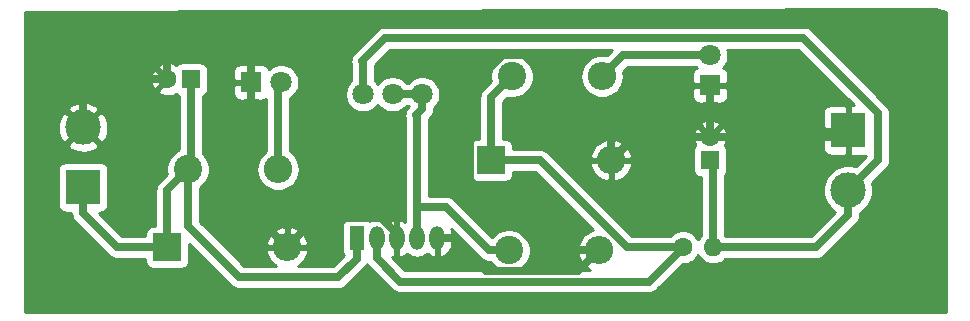
<source format=gbl>
G04 #@! TF.GenerationSoftware,KiCad,Pcbnew,(5.1.2)-2*
G04 #@! TF.CreationDate,2019-10-31T11:57:37-10:00*
G04 #@! TF.ProjectId,buck converter,6275636b-2063-46f6-9e76-65727465722e,rev?*
G04 #@! TF.SameCoordinates,Original*
G04 #@! TF.FileFunction,Copper,L2,Bot*
G04 #@! TF.FilePolarity,Positive*
%FSLAX46Y46*%
G04 Gerber Fmt 4.6, Leading zero omitted, Abs format (unit mm)*
G04 Created by KiCad (PCBNEW (5.1.2)-2) date 2019-10-31 11:57:37*
%MOMM*%
%LPD*%
G04 APERTURE LIST*
%ADD10R,1.600000X1.600000*%
%ADD11C,1.600000*%
%ADD12O,2.400000X2.400000*%
%ADD13R,2.400000X2.400000*%
%ADD14R,1.800000X1.800000*%
%ADD15C,1.800000*%
%ADD16R,3.000000X3.000000*%
%ADD17C,3.000000*%
%ADD18C,2.400000*%
%ADD19R,1.275000X2.000000*%
%ADD20O,1.275000X2.000000*%
%ADD21O,1.600000X1.600000*%
%ADD22C,0.700000*%
%ADD23C,0.254000*%
G04 APERTURE END LIST*
D10*
X108966000Y-48768000D03*
D11*
X106966000Y-48768000D03*
X152908000Y-53626000D03*
D10*
X152908000Y-55626000D03*
D12*
X117094000Y-62992000D03*
D13*
X106934000Y-62992000D03*
X134366000Y-55626000D03*
D12*
X144526000Y-55626000D03*
D14*
X114046000Y-49022000D03*
D15*
X116586000Y-49022000D03*
X152908000Y-46736000D03*
D14*
X152908000Y-49276000D03*
D16*
X99822000Y-57912000D03*
D17*
X99822000Y-52832000D03*
X164592000Y-58166000D03*
D16*
X164592000Y-53086000D03*
D18*
X135890000Y-63246000D03*
D12*
X143510000Y-63246000D03*
X116332000Y-56388000D03*
D18*
X108712000Y-56388000D03*
X136144000Y-48514000D03*
D12*
X143764000Y-48514000D03*
D15*
X123524000Y-50038000D03*
X126024000Y-50038000D03*
X128524000Y-50038000D03*
D19*
X122994000Y-62230000D03*
D20*
X124694000Y-62230000D03*
X126394000Y-62230000D03*
X128094000Y-62230000D03*
X129794000Y-62230000D03*
D11*
X150622000Y-62992000D03*
D21*
X153162000Y-62992000D03*
D22*
X108966000Y-56134000D02*
X108712000Y-56388000D01*
X108966000Y-48768000D02*
X108966000Y-56134000D01*
X105034000Y-62992000D02*
X106934000Y-62992000D01*
X102702000Y-62992000D02*
X105034000Y-62992000D01*
X99822000Y-60112000D02*
X102702000Y-62992000D01*
X99822000Y-57912000D02*
X99822000Y-60112000D01*
X106934000Y-58166000D02*
X106934000Y-62992000D01*
X108712000Y-56388000D02*
X106934000Y-58166000D01*
X122994000Y-63950000D02*
X122994000Y-62230000D01*
X121412000Y-65532000D02*
X122994000Y-63950000D01*
X113030000Y-65532000D02*
X121412000Y-65532000D01*
X108712000Y-56388000D02*
X108712000Y-61214000D01*
X108712000Y-61214000D02*
X113030000Y-65532000D01*
X99822000Y-52832000D02*
X99822000Y-50292000D01*
X101346000Y-48768000D02*
X106966000Y-48768000D01*
X99822000Y-50292000D02*
X101346000Y-48768000D01*
X114046000Y-47422000D02*
X112598000Y-45974000D01*
X114046000Y-49022000D02*
X114046000Y-47422000D01*
X112598000Y-45974000D02*
X107950000Y-45974000D01*
X106966000Y-46958000D02*
X106966000Y-48768000D01*
X107950000Y-45974000D02*
X106966000Y-46958000D01*
X114046000Y-59944000D02*
X117094000Y-62992000D01*
X114046000Y-49022000D02*
X114046000Y-59944000D01*
X126394000Y-61867500D02*
X126394000Y-62230000D01*
X125056500Y-60530000D02*
X126394000Y-61867500D01*
X119556000Y-60530000D02*
X125056500Y-60530000D01*
X117094000Y-62992000D02*
X119556000Y-60530000D01*
X164052000Y-53626000D02*
X164592000Y-53086000D01*
X152908000Y-53626000D02*
X164052000Y-53626000D01*
X152908000Y-49276000D02*
X152908000Y-53626000D01*
X146526000Y-53626000D02*
X152908000Y-53626000D01*
X144526000Y-55626000D02*
X146526000Y-53626000D01*
X131131500Y-62230000D02*
X129794000Y-62230000D01*
X133897501Y-64996001D02*
X131131500Y-62230000D01*
X141759999Y-64996001D02*
X133897501Y-64996001D01*
X143510000Y-63246000D02*
X141759999Y-64996001D01*
X144526000Y-53928944D02*
X137333056Y-46736000D01*
X144526000Y-55626000D02*
X144526000Y-53928944D01*
X141812944Y-63246000D02*
X143510000Y-63246000D01*
X138595998Y-63246000D02*
X141812944Y-63246000D01*
X132615999Y-57266001D02*
X138595998Y-63246000D01*
X132615999Y-49451999D02*
X132615999Y-57266001D01*
X135331998Y-46736000D02*
X132615999Y-49451999D01*
X137333056Y-46736000D02*
X135331998Y-46736000D01*
X153162000Y-55880000D02*
X152908000Y-55626000D01*
X153162000Y-62992000D02*
X153162000Y-55880000D01*
X161887320Y-62992000D02*
X153162000Y-62992000D01*
X164592000Y-58166000D02*
X164592000Y-60287320D01*
X164592000Y-60287320D02*
X161887320Y-62992000D01*
X123524000Y-47324000D02*
X123524000Y-50038000D01*
X167132000Y-55626000D02*
X167132000Y-51635998D01*
X167132000Y-51635998D02*
X160782001Y-45285999D01*
X164592000Y-58166000D02*
X167132000Y-55626000D01*
X160782001Y-45285999D02*
X125402001Y-45285999D01*
X125402001Y-45285999D02*
X123444000Y-47244000D01*
X123444000Y-47244000D02*
X123524000Y-47324000D01*
X134366000Y-50292000D02*
X134366000Y-55626000D01*
X136144000Y-48514000D02*
X134366000Y-50292000D01*
X149822001Y-63791999D02*
X150622000Y-62992000D01*
X147717990Y-65896010D02*
X149822001Y-63791999D01*
X126660010Y-65896010D02*
X147717990Y-65896010D01*
X124694000Y-63930000D02*
X126660010Y-65896010D01*
X124694000Y-62230000D02*
X124694000Y-63930000D01*
X149490630Y-62992000D02*
X150622000Y-62992000D01*
X145846002Y-62992000D02*
X149490630Y-62992000D01*
X138480002Y-55626000D02*
X145846002Y-62992000D01*
X134366000Y-55626000D02*
X138480002Y-55626000D01*
X116332000Y-49276000D02*
X116586000Y-49022000D01*
X116332000Y-56388000D02*
X116332000Y-49276000D01*
X145542000Y-46736000D02*
X143764000Y-48514000D01*
X152908000Y-46736000D02*
X145542000Y-46736000D01*
X126024000Y-50038000D02*
X128524000Y-50038000D01*
X128524000Y-51310792D02*
X128016000Y-51818792D01*
X128524000Y-50038000D02*
X128524000Y-51310792D01*
X128016000Y-51818792D02*
X128094000Y-51896792D01*
X130558944Y-59612000D02*
X128094000Y-59612000D01*
X134192944Y-63246000D02*
X130558944Y-59612000D01*
X135890000Y-63246000D02*
X134192944Y-63246000D01*
X128094000Y-51896792D02*
X128094000Y-59612000D01*
X128094000Y-59612000D02*
X128094000Y-62230000D01*
D23*
G36*
X172847000Y-43025159D02*
G01*
X172847000Y-68453000D01*
X94869000Y-68453000D01*
X94869000Y-56412000D01*
X97683928Y-56412000D01*
X97683928Y-59412000D01*
X97696188Y-59536482D01*
X97732498Y-59656180D01*
X97791463Y-59766494D01*
X97870815Y-59863185D01*
X97967506Y-59942537D01*
X98077820Y-60001502D01*
X98197518Y-60037812D01*
X98322000Y-60050072D01*
X98837001Y-60050072D01*
X98837001Y-60063610D01*
X98832235Y-60112000D01*
X98851253Y-60305093D01*
X98907576Y-60490766D01*
X98907577Y-60490767D01*
X98999041Y-60661884D01*
X99122131Y-60811870D01*
X99159711Y-60842711D01*
X101971284Y-63654284D01*
X102002130Y-63691870D01*
X102152116Y-63814960D01*
X102323233Y-63906424D01*
X102508906Y-63962747D01*
X102701999Y-63981765D01*
X102750379Y-63977000D01*
X105095928Y-63977000D01*
X105095928Y-64192000D01*
X105108188Y-64316482D01*
X105144498Y-64436180D01*
X105203463Y-64546494D01*
X105282815Y-64643185D01*
X105379506Y-64722537D01*
X105489820Y-64781502D01*
X105609518Y-64817812D01*
X105734000Y-64830072D01*
X108134000Y-64830072D01*
X108258482Y-64817812D01*
X108378180Y-64781502D01*
X108488494Y-64722537D01*
X108585185Y-64643185D01*
X108664537Y-64546494D01*
X108723502Y-64436180D01*
X108759812Y-64316482D01*
X108772072Y-64192000D01*
X108772072Y-62667072D01*
X112299284Y-66194284D01*
X112330130Y-66231870D01*
X112480116Y-66354960D01*
X112650240Y-66445893D01*
X112651233Y-66446424D01*
X112836905Y-66502747D01*
X113029999Y-66521765D01*
X113078379Y-66517000D01*
X121363620Y-66517000D01*
X121412000Y-66521765D01*
X121460380Y-66517000D01*
X121605094Y-66502747D01*
X121790767Y-66446424D01*
X121961884Y-66354960D01*
X122111870Y-66231870D01*
X122142716Y-66194285D01*
X123656290Y-64680711D01*
X123693870Y-64649870D01*
X123816960Y-64499884D01*
X123849346Y-64439295D01*
X123871041Y-64479884D01*
X123994131Y-64629870D01*
X124031711Y-64660711D01*
X125929299Y-66558300D01*
X125960140Y-66595880D01*
X126110126Y-66718970D01*
X126281243Y-66810434D01*
X126466916Y-66866757D01*
X126660009Y-66885775D01*
X126708389Y-66881010D01*
X147669610Y-66881010D01*
X147717990Y-66885775D01*
X147766370Y-66881010D01*
X147911084Y-66866757D01*
X148096757Y-66810434D01*
X148267874Y-66718970D01*
X148417860Y-66595880D01*
X148448706Y-66558294D01*
X150552711Y-64454290D01*
X150552716Y-64454284D01*
X150580000Y-64427000D01*
X150763335Y-64427000D01*
X151040574Y-64371853D01*
X151301727Y-64263680D01*
X151536759Y-64106637D01*
X151736637Y-63906759D01*
X151893680Y-63671727D01*
X151895650Y-63666971D01*
X151963068Y-63793101D01*
X152142392Y-64011608D01*
X152360899Y-64190932D01*
X152610192Y-64324182D01*
X152880691Y-64406236D01*
X153091508Y-64427000D01*
X153232492Y-64427000D01*
X153443309Y-64406236D01*
X153713808Y-64324182D01*
X153963101Y-64190932D01*
X154181608Y-64011608D01*
X154210010Y-63977000D01*
X161838940Y-63977000D01*
X161887320Y-63981765D01*
X161935700Y-63977000D01*
X162080414Y-63962747D01*
X162266087Y-63906424D01*
X162437204Y-63814960D01*
X162587190Y-63691870D01*
X162618036Y-63654284D01*
X165254284Y-61018036D01*
X165291870Y-60987190D01*
X165414960Y-60837204D01*
X165506424Y-60666087D01*
X165562747Y-60480414D01*
X165577000Y-60335700D01*
X165581765Y-60287321D01*
X165577000Y-60238941D01*
X165577000Y-60068907D01*
X165603302Y-60058012D01*
X165952983Y-59824363D01*
X166250363Y-59526983D01*
X166484012Y-59177302D01*
X166644953Y-58788756D01*
X166727000Y-58376279D01*
X166727000Y-57955721D01*
X166644953Y-57543244D01*
X166634058Y-57516942D01*
X167794284Y-56356716D01*
X167831870Y-56325870D01*
X167954960Y-56175884D01*
X168046424Y-56004767D01*
X168102747Y-55819094D01*
X168117000Y-55674380D01*
X168117000Y-55674379D01*
X168121765Y-55626001D01*
X168117000Y-55577623D01*
X168117000Y-51684378D01*
X168121765Y-51635998D01*
X168102747Y-51442904D01*
X168046424Y-51257231D01*
X167954960Y-51086114D01*
X167907074Y-51027765D01*
X167831870Y-50936128D01*
X167794290Y-50905287D01*
X161512717Y-44623715D01*
X161481871Y-44586129D01*
X161331885Y-44463039D01*
X161160768Y-44371575D01*
X160975095Y-44315252D01*
X160830381Y-44300999D01*
X160782001Y-44296234D01*
X160733621Y-44300999D01*
X125450381Y-44300999D01*
X125402001Y-44296234D01*
X125353621Y-44300999D01*
X125208907Y-44315252D01*
X125023234Y-44371575D01*
X124852117Y-44463039D01*
X124702131Y-44586129D01*
X124671290Y-44623709D01*
X122781705Y-46513295D01*
X122744131Y-46544131D01*
X122713294Y-46581706D01*
X122713290Y-46581710D01*
X122633447Y-46679000D01*
X122621041Y-46694117D01*
X122529576Y-46865234D01*
X122473253Y-47050907D01*
X122454235Y-47244000D01*
X122473253Y-47437093D01*
X122529576Y-47622766D01*
X122539000Y-47640397D01*
X122539001Y-48852182D01*
X122331688Y-49059495D01*
X122163701Y-49310905D01*
X122047989Y-49590257D01*
X121989000Y-49886816D01*
X121989000Y-50189184D01*
X122047989Y-50485743D01*
X122163701Y-50765095D01*
X122331688Y-51016505D01*
X122545495Y-51230312D01*
X122796905Y-51398299D01*
X123076257Y-51514011D01*
X123372816Y-51573000D01*
X123675184Y-51573000D01*
X123971743Y-51514011D01*
X124251095Y-51398299D01*
X124502505Y-51230312D01*
X124716312Y-51016505D01*
X124774000Y-50930169D01*
X124831688Y-51016505D01*
X125045495Y-51230312D01*
X125296905Y-51398299D01*
X125576257Y-51514011D01*
X125872816Y-51573000D01*
X126175184Y-51573000D01*
X126471743Y-51514011D01*
X126751095Y-51398299D01*
X127002505Y-51230312D01*
X127209817Y-51023000D01*
X127338183Y-51023000D01*
X127378488Y-51063305D01*
X127353706Y-51088086D01*
X127316131Y-51118923D01*
X127285294Y-51156498D01*
X127285290Y-51156502D01*
X127223737Y-51231506D01*
X127193041Y-51268909D01*
X127101576Y-51440026D01*
X127045253Y-51625699D01*
X127026235Y-51818792D01*
X127045253Y-52011885D01*
X127101576Y-52197558D01*
X127109000Y-52211447D01*
X127109001Y-59563610D01*
X127104235Y-59612000D01*
X127109000Y-59660380D01*
X127109000Y-60814612D01*
X126995367Y-60738898D01*
X126763633Y-60643263D01*
X126717505Y-60636809D01*
X126521000Y-60761015D01*
X126521000Y-62103000D01*
X126541000Y-62103000D01*
X126541000Y-62357000D01*
X126521000Y-62357000D01*
X126521000Y-63698985D01*
X126717505Y-63823191D01*
X126763633Y-63816737D01*
X126995367Y-63721102D01*
X127203991Y-63582095D01*
X127244609Y-63541583D01*
X127383617Y-63655664D01*
X127604680Y-63773825D01*
X127844547Y-63846588D01*
X128094000Y-63871157D01*
X128343454Y-63846588D01*
X128583321Y-63773825D01*
X128804384Y-63655664D01*
X128943392Y-63541583D01*
X128984009Y-63582095D01*
X129192633Y-63721102D01*
X129424367Y-63816737D01*
X129470495Y-63823191D01*
X129667000Y-63698985D01*
X129667000Y-62357000D01*
X129921000Y-62357000D01*
X129921000Y-63698985D01*
X130117505Y-63823191D01*
X130163633Y-63816737D01*
X130395367Y-63721102D01*
X130603991Y-63582095D01*
X130781488Y-63405059D01*
X130921036Y-63196797D01*
X131017273Y-62965312D01*
X131066500Y-62719500D01*
X131066500Y-62357000D01*
X129921000Y-62357000D01*
X129667000Y-62357000D01*
X129647000Y-62357000D01*
X129647000Y-62103000D01*
X129667000Y-62103000D01*
X129667000Y-62083000D01*
X129921000Y-62083000D01*
X129921000Y-62103000D01*
X131066500Y-62103000D01*
X131066500Y-61740500D01*
X131017273Y-61494688D01*
X130994959Y-61441015D01*
X133462228Y-63908284D01*
X133493074Y-63945870D01*
X133643060Y-64068960D01*
X133744336Y-64123093D01*
X133814177Y-64160424D01*
X133999850Y-64216747D01*
X134192943Y-64235765D01*
X134241323Y-64231000D01*
X134341220Y-64231000D01*
X134464662Y-64415744D01*
X134720256Y-64671338D01*
X135020801Y-64872156D01*
X135114603Y-64911010D01*
X127068011Y-64911010D01*
X125938160Y-63781160D01*
X126024367Y-63816737D01*
X126070495Y-63823191D01*
X126267000Y-63698985D01*
X126267000Y-62357000D01*
X126247000Y-62357000D01*
X126247000Y-62103000D01*
X126267000Y-62103000D01*
X126267000Y-60761015D01*
X126070495Y-60636809D01*
X126024367Y-60643263D01*
X125792633Y-60738898D01*
X125584009Y-60877905D01*
X125543392Y-60918417D01*
X125404383Y-60804336D01*
X125183320Y-60686175D01*
X124943453Y-60613412D01*
X124694000Y-60588843D01*
X124444546Y-60613412D01*
X124204679Y-60686175D01*
X124062442Y-60762202D01*
X123985994Y-60699463D01*
X123875680Y-60640498D01*
X123755982Y-60604188D01*
X123631500Y-60591928D01*
X122356500Y-60591928D01*
X122232018Y-60604188D01*
X122112320Y-60640498D01*
X122002006Y-60699463D01*
X121905315Y-60778815D01*
X121825963Y-60875506D01*
X121766998Y-60985820D01*
X121730688Y-61105518D01*
X121718428Y-61230000D01*
X121718428Y-63230000D01*
X121730688Y-63354482D01*
X121766998Y-63474180D01*
X121825963Y-63584494D01*
X121889313Y-63661686D01*
X121004000Y-64547000D01*
X118053302Y-64547000D01*
X118158774Y-64486489D01*
X118429875Y-64250046D01*
X118649639Y-63965257D01*
X118809621Y-63643066D01*
X118882195Y-63403805D01*
X118765432Y-63119000D01*
X117221000Y-63119000D01*
X117221000Y-63139000D01*
X116967000Y-63139000D01*
X116967000Y-63119000D01*
X115422568Y-63119000D01*
X115305805Y-63403805D01*
X115378379Y-63643066D01*
X115538361Y-63965257D01*
X115758125Y-64250046D01*
X116029226Y-64486489D01*
X116134698Y-64547000D01*
X113438000Y-64547000D01*
X111471195Y-62580195D01*
X115305805Y-62580195D01*
X115422568Y-62865000D01*
X116967000Y-62865000D01*
X116967000Y-61320146D01*
X117221000Y-61320146D01*
X117221000Y-62865000D01*
X118765432Y-62865000D01*
X118882195Y-62580195D01*
X118809621Y-62340934D01*
X118649639Y-62018743D01*
X118429875Y-61733954D01*
X118158774Y-61497511D01*
X117846754Y-61318500D01*
X117505806Y-61203801D01*
X117221000Y-61320146D01*
X116967000Y-61320146D01*
X116682194Y-61203801D01*
X116341246Y-61318500D01*
X116029226Y-61497511D01*
X115758125Y-61733954D01*
X115538361Y-62018743D01*
X115378379Y-62340934D01*
X115305805Y-62580195D01*
X111471195Y-62580195D01*
X109697000Y-60806000D01*
X109697000Y-57936780D01*
X109881744Y-57813338D01*
X110137338Y-57557744D01*
X110338156Y-57257199D01*
X110476482Y-56923250D01*
X110547000Y-56568732D01*
X110547000Y-56207268D01*
X110476482Y-55852750D01*
X110338156Y-55518801D01*
X110137338Y-55218256D01*
X109951000Y-55031918D01*
X109951000Y-50175454D01*
X110010180Y-50157502D01*
X110120494Y-50098537D01*
X110217185Y-50019185D01*
X110296537Y-49922494D01*
X110296801Y-49922000D01*
X112507928Y-49922000D01*
X112520188Y-50046482D01*
X112556498Y-50166180D01*
X112615463Y-50276494D01*
X112694815Y-50373185D01*
X112791506Y-50452537D01*
X112901820Y-50511502D01*
X113021518Y-50547812D01*
X113146000Y-50560072D01*
X113760250Y-50557000D01*
X113919000Y-50398250D01*
X113919000Y-49149000D01*
X112669750Y-49149000D01*
X112511000Y-49307750D01*
X112507928Y-49922000D01*
X110296801Y-49922000D01*
X110355502Y-49812180D01*
X110391812Y-49692482D01*
X110404072Y-49568000D01*
X110404072Y-48122000D01*
X112507928Y-48122000D01*
X112511000Y-48736250D01*
X112669750Y-48895000D01*
X113919000Y-48895000D01*
X113919000Y-47645750D01*
X114173000Y-47645750D01*
X114173000Y-48895000D01*
X114193000Y-48895000D01*
X114193000Y-49149000D01*
X114173000Y-49149000D01*
X114173000Y-50398250D01*
X114331750Y-50557000D01*
X114946000Y-50560072D01*
X115070482Y-50547812D01*
X115190180Y-50511502D01*
X115300494Y-50452537D01*
X115347001Y-50414370D01*
X115347000Y-54833809D01*
X115307596Y-54854871D01*
X115028181Y-55084181D01*
X114798871Y-55363596D01*
X114628479Y-55682378D01*
X114523552Y-56028277D01*
X114488122Y-56388000D01*
X114523552Y-56747723D01*
X114628479Y-57093622D01*
X114798871Y-57412404D01*
X115028181Y-57691819D01*
X115307596Y-57921129D01*
X115626378Y-58091521D01*
X115972277Y-58196448D01*
X116241861Y-58223000D01*
X116422139Y-58223000D01*
X116691723Y-58196448D01*
X117037622Y-58091521D01*
X117356404Y-57921129D01*
X117635819Y-57691819D01*
X117865129Y-57412404D01*
X118035521Y-57093622D01*
X118140448Y-56747723D01*
X118175878Y-56388000D01*
X118140448Y-56028277D01*
X118035521Y-55682378D01*
X117865129Y-55363596D01*
X117635819Y-55084181D01*
X117356404Y-54854871D01*
X117317000Y-54833809D01*
X117317000Y-50379690D01*
X117564505Y-50214312D01*
X117778312Y-50000505D01*
X117946299Y-49749095D01*
X118062011Y-49469743D01*
X118121000Y-49173184D01*
X118121000Y-48870816D01*
X118062011Y-48574257D01*
X117946299Y-48294905D01*
X117778312Y-48043495D01*
X117564505Y-47829688D01*
X117313095Y-47661701D01*
X117033743Y-47545989D01*
X116737184Y-47487000D01*
X116434816Y-47487000D01*
X116138257Y-47545989D01*
X115858905Y-47661701D01*
X115607495Y-47829688D01*
X115541056Y-47896127D01*
X115535502Y-47877820D01*
X115476537Y-47767506D01*
X115397185Y-47670815D01*
X115300494Y-47591463D01*
X115190180Y-47532498D01*
X115070482Y-47496188D01*
X114946000Y-47483928D01*
X114331750Y-47487000D01*
X114173000Y-47645750D01*
X113919000Y-47645750D01*
X113760250Y-47487000D01*
X113146000Y-47483928D01*
X113021518Y-47496188D01*
X112901820Y-47532498D01*
X112791506Y-47591463D01*
X112694815Y-47670815D01*
X112615463Y-47767506D01*
X112556498Y-47877820D01*
X112520188Y-47997518D01*
X112507928Y-48122000D01*
X110404072Y-48122000D01*
X110404072Y-47968000D01*
X110391812Y-47843518D01*
X110355502Y-47723820D01*
X110296537Y-47613506D01*
X110217185Y-47516815D01*
X110120494Y-47437463D01*
X110010180Y-47378498D01*
X109890482Y-47342188D01*
X109766000Y-47329928D01*
X108166000Y-47329928D01*
X108041518Y-47342188D01*
X107921820Y-47378498D01*
X107811506Y-47437463D01*
X107714815Y-47516815D01*
X107704193Y-47529758D01*
X107452004Y-47410429D01*
X107177816Y-47341700D01*
X106895488Y-47327783D01*
X106615870Y-47369213D01*
X106349708Y-47464397D01*
X106224486Y-47531329D01*
X106152903Y-47775298D01*
X106966000Y-48588395D01*
X106980143Y-48574253D01*
X107159748Y-48753858D01*
X107145605Y-48768000D01*
X107159748Y-48782143D01*
X106980143Y-48961748D01*
X106966000Y-48947605D01*
X106152903Y-49760702D01*
X106224486Y-50004671D01*
X106479996Y-50125571D01*
X106754184Y-50194300D01*
X107036512Y-50208217D01*
X107316130Y-50166787D01*
X107582292Y-50071603D01*
X107704309Y-50006384D01*
X107714815Y-50019185D01*
X107811506Y-50098537D01*
X107921820Y-50157502D01*
X107981000Y-50175454D01*
X107981001Y-54704600D01*
X107842801Y-54761844D01*
X107542256Y-54962662D01*
X107286662Y-55218256D01*
X107085844Y-55518801D01*
X106947518Y-55852750D01*
X106877000Y-56207268D01*
X106877000Y-56568732D01*
X106920347Y-56786653D01*
X106271716Y-57435284D01*
X106234130Y-57466130D01*
X106111040Y-57616116D01*
X106019577Y-57787233D01*
X106019576Y-57787234D01*
X105963253Y-57972907D01*
X105944235Y-58166000D01*
X105949000Y-58214380D01*
X105949001Y-61153928D01*
X105734000Y-61153928D01*
X105609518Y-61166188D01*
X105489820Y-61202498D01*
X105379506Y-61261463D01*
X105282815Y-61340815D01*
X105203463Y-61437506D01*
X105144498Y-61547820D01*
X105108188Y-61667518D01*
X105095928Y-61792000D01*
X105095928Y-62007000D01*
X103110000Y-62007000D01*
X101153072Y-60050072D01*
X101322000Y-60050072D01*
X101446482Y-60037812D01*
X101566180Y-60001502D01*
X101676494Y-59942537D01*
X101773185Y-59863185D01*
X101852537Y-59766494D01*
X101911502Y-59656180D01*
X101947812Y-59536482D01*
X101960072Y-59412000D01*
X101960072Y-56412000D01*
X101947812Y-56287518D01*
X101911502Y-56167820D01*
X101852537Y-56057506D01*
X101773185Y-55960815D01*
X101676494Y-55881463D01*
X101566180Y-55822498D01*
X101446482Y-55786188D01*
X101322000Y-55773928D01*
X98322000Y-55773928D01*
X98197518Y-55786188D01*
X98077820Y-55822498D01*
X97967506Y-55881463D01*
X97870815Y-55960815D01*
X97791463Y-56057506D01*
X97732498Y-56167820D01*
X97696188Y-56287518D01*
X97683928Y-56412000D01*
X94869000Y-56412000D01*
X94869000Y-54323653D01*
X98509952Y-54323653D01*
X98665962Y-54639214D01*
X99040745Y-54830020D01*
X99445551Y-54944044D01*
X99864824Y-54976902D01*
X100282451Y-54927334D01*
X100682383Y-54797243D01*
X100978038Y-54639214D01*
X101134048Y-54323653D01*
X99822000Y-53011605D01*
X98509952Y-54323653D01*
X94869000Y-54323653D01*
X94869000Y-52874824D01*
X97677098Y-52874824D01*
X97726666Y-53292451D01*
X97856757Y-53692383D01*
X98014786Y-53988038D01*
X98330347Y-54144048D01*
X99642395Y-52832000D01*
X100001605Y-52832000D01*
X101313653Y-54144048D01*
X101629214Y-53988038D01*
X101820020Y-53613255D01*
X101934044Y-53208449D01*
X101966902Y-52789176D01*
X101917334Y-52371549D01*
X101787243Y-51971617D01*
X101629214Y-51675962D01*
X101313653Y-51519952D01*
X100001605Y-52832000D01*
X99642395Y-52832000D01*
X98330347Y-51519952D01*
X98014786Y-51675962D01*
X97823980Y-52050745D01*
X97709956Y-52455551D01*
X97677098Y-52874824D01*
X94869000Y-52874824D01*
X94869000Y-51340347D01*
X98509952Y-51340347D01*
X99822000Y-52652395D01*
X101134048Y-51340347D01*
X100978038Y-51024786D01*
X100603255Y-50833980D01*
X100198449Y-50719956D01*
X99779176Y-50687098D01*
X99361549Y-50736666D01*
X98961617Y-50866757D01*
X98665962Y-51024786D01*
X98509952Y-51340347D01*
X94869000Y-51340347D01*
X94869000Y-48838512D01*
X105525783Y-48838512D01*
X105567213Y-49118130D01*
X105662397Y-49384292D01*
X105729329Y-49509514D01*
X105973298Y-49581097D01*
X106786395Y-48768000D01*
X105973298Y-47954903D01*
X105729329Y-48026486D01*
X105608429Y-48281996D01*
X105539700Y-48556184D01*
X105525783Y-48838512D01*
X94869000Y-48838512D01*
X94869000Y-43052583D01*
X171942571Y-42799051D01*
X172847000Y-43025159D01*
X172847000Y-43025159D01*
G37*
X172847000Y-43025159D02*
X172847000Y-68453000D01*
X94869000Y-68453000D01*
X94869000Y-56412000D01*
X97683928Y-56412000D01*
X97683928Y-59412000D01*
X97696188Y-59536482D01*
X97732498Y-59656180D01*
X97791463Y-59766494D01*
X97870815Y-59863185D01*
X97967506Y-59942537D01*
X98077820Y-60001502D01*
X98197518Y-60037812D01*
X98322000Y-60050072D01*
X98837001Y-60050072D01*
X98837001Y-60063610D01*
X98832235Y-60112000D01*
X98851253Y-60305093D01*
X98907576Y-60490766D01*
X98907577Y-60490767D01*
X98999041Y-60661884D01*
X99122131Y-60811870D01*
X99159711Y-60842711D01*
X101971284Y-63654284D01*
X102002130Y-63691870D01*
X102152116Y-63814960D01*
X102323233Y-63906424D01*
X102508906Y-63962747D01*
X102701999Y-63981765D01*
X102750379Y-63977000D01*
X105095928Y-63977000D01*
X105095928Y-64192000D01*
X105108188Y-64316482D01*
X105144498Y-64436180D01*
X105203463Y-64546494D01*
X105282815Y-64643185D01*
X105379506Y-64722537D01*
X105489820Y-64781502D01*
X105609518Y-64817812D01*
X105734000Y-64830072D01*
X108134000Y-64830072D01*
X108258482Y-64817812D01*
X108378180Y-64781502D01*
X108488494Y-64722537D01*
X108585185Y-64643185D01*
X108664537Y-64546494D01*
X108723502Y-64436180D01*
X108759812Y-64316482D01*
X108772072Y-64192000D01*
X108772072Y-62667072D01*
X112299284Y-66194284D01*
X112330130Y-66231870D01*
X112480116Y-66354960D01*
X112650240Y-66445893D01*
X112651233Y-66446424D01*
X112836905Y-66502747D01*
X113029999Y-66521765D01*
X113078379Y-66517000D01*
X121363620Y-66517000D01*
X121412000Y-66521765D01*
X121460380Y-66517000D01*
X121605094Y-66502747D01*
X121790767Y-66446424D01*
X121961884Y-66354960D01*
X122111870Y-66231870D01*
X122142716Y-66194285D01*
X123656290Y-64680711D01*
X123693870Y-64649870D01*
X123816960Y-64499884D01*
X123849346Y-64439295D01*
X123871041Y-64479884D01*
X123994131Y-64629870D01*
X124031711Y-64660711D01*
X125929299Y-66558300D01*
X125960140Y-66595880D01*
X126110126Y-66718970D01*
X126281243Y-66810434D01*
X126466916Y-66866757D01*
X126660009Y-66885775D01*
X126708389Y-66881010D01*
X147669610Y-66881010D01*
X147717990Y-66885775D01*
X147766370Y-66881010D01*
X147911084Y-66866757D01*
X148096757Y-66810434D01*
X148267874Y-66718970D01*
X148417860Y-66595880D01*
X148448706Y-66558294D01*
X150552711Y-64454290D01*
X150552716Y-64454284D01*
X150580000Y-64427000D01*
X150763335Y-64427000D01*
X151040574Y-64371853D01*
X151301727Y-64263680D01*
X151536759Y-64106637D01*
X151736637Y-63906759D01*
X151893680Y-63671727D01*
X151895650Y-63666971D01*
X151963068Y-63793101D01*
X152142392Y-64011608D01*
X152360899Y-64190932D01*
X152610192Y-64324182D01*
X152880691Y-64406236D01*
X153091508Y-64427000D01*
X153232492Y-64427000D01*
X153443309Y-64406236D01*
X153713808Y-64324182D01*
X153963101Y-64190932D01*
X154181608Y-64011608D01*
X154210010Y-63977000D01*
X161838940Y-63977000D01*
X161887320Y-63981765D01*
X161935700Y-63977000D01*
X162080414Y-63962747D01*
X162266087Y-63906424D01*
X162437204Y-63814960D01*
X162587190Y-63691870D01*
X162618036Y-63654284D01*
X165254284Y-61018036D01*
X165291870Y-60987190D01*
X165414960Y-60837204D01*
X165506424Y-60666087D01*
X165562747Y-60480414D01*
X165577000Y-60335700D01*
X165581765Y-60287321D01*
X165577000Y-60238941D01*
X165577000Y-60068907D01*
X165603302Y-60058012D01*
X165952983Y-59824363D01*
X166250363Y-59526983D01*
X166484012Y-59177302D01*
X166644953Y-58788756D01*
X166727000Y-58376279D01*
X166727000Y-57955721D01*
X166644953Y-57543244D01*
X166634058Y-57516942D01*
X167794284Y-56356716D01*
X167831870Y-56325870D01*
X167954960Y-56175884D01*
X168046424Y-56004767D01*
X168102747Y-55819094D01*
X168117000Y-55674380D01*
X168117000Y-55674379D01*
X168121765Y-55626001D01*
X168117000Y-55577623D01*
X168117000Y-51684378D01*
X168121765Y-51635998D01*
X168102747Y-51442904D01*
X168046424Y-51257231D01*
X167954960Y-51086114D01*
X167907074Y-51027765D01*
X167831870Y-50936128D01*
X167794290Y-50905287D01*
X161512717Y-44623715D01*
X161481871Y-44586129D01*
X161331885Y-44463039D01*
X161160768Y-44371575D01*
X160975095Y-44315252D01*
X160830381Y-44300999D01*
X160782001Y-44296234D01*
X160733621Y-44300999D01*
X125450381Y-44300999D01*
X125402001Y-44296234D01*
X125353621Y-44300999D01*
X125208907Y-44315252D01*
X125023234Y-44371575D01*
X124852117Y-44463039D01*
X124702131Y-44586129D01*
X124671290Y-44623709D01*
X122781705Y-46513295D01*
X122744131Y-46544131D01*
X122713294Y-46581706D01*
X122713290Y-46581710D01*
X122633447Y-46679000D01*
X122621041Y-46694117D01*
X122529576Y-46865234D01*
X122473253Y-47050907D01*
X122454235Y-47244000D01*
X122473253Y-47437093D01*
X122529576Y-47622766D01*
X122539000Y-47640397D01*
X122539001Y-48852182D01*
X122331688Y-49059495D01*
X122163701Y-49310905D01*
X122047989Y-49590257D01*
X121989000Y-49886816D01*
X121989000Y-50189184D01*
X122047989Y-50485743D01*
X122163701Y-50765095D01*
X122331688Y-51016505D01*
X122545495Y-51230312D01*
X122796905Y-51398299D01*
X123076257Y-51514011D01*
X123372816Y-51573000D01*
X123675184Y-51573000D01*
X123971743Y-51514011D01*
X124251095Y-51398299D01*
X124502505Y-51230312D01*
X124716312Y-51016505D01*
X124774000Y-50930169D01*
X124831688Y-51016505D01*
X125045495Y-51230312D01*
X125296905Y-51398299D01*
X125576257Y-51514011D01*
X125872816Y-51573000D01*
X126175184Y-51573000D01*
X126471743Y-51514011D01*
X126751095Y-51398299D01*
X127002505Y-51230312D01*
X127209817Y-51023000D01*
X127338183Y-51023000D01*
X127378488Y-51063305D01*
X127353706Y-51088086D01*
X127316131Y-51118923D01*
X127285294Y-51156498D01*
X127285290Y-51156502D01*
X127223737Y-51231506D01*
X127193041Y-51268909D01*
X127101576Y-51440026D01*
X127045253Y-51625699D01*
X127026235Y-51818792D01*
X127045253Y-52011885D01*
X127101576Y-52197558D01*
X127109000Y-52211447D01*
X127109001Y-59563610D01*
X127104235Y-59612000D01*
X127109000Y-59660380D01*
X127109000Y-60814612D01*
X126995367Y-60738898D01*
X126763633Y-60643263D01*
X126717505Y-60636809D01*
X126521000Y-60761015D01*
X126521000Y-62103000D01*
X126541000Y-62103000D01*
X126541000Y-62357000D01*
X126521000Y-62357000D01*
X126521000Y-63698985D01*
X126717505Y-63823191D01*
X126763633Y-63816737D01*
X126995367Y-63721102D01*
X127203991Y-63582095D01*
X127244609Y-63541583D01*
X127383617Y-63655664D01*
X127604680Y-63773825D01*
X127844547Y-63846588D01*
X128094000Y-63871157D01*
X128343454Y-63846588D01*
X128583321Y-63773825D01*
X128804384Y-63655664D01*
X128943392Y-63541583D01*
X128984009Y-63582095D01*
X129192633Y-63721102D01*
X129424367Y-63816737D01*
X129470495Y-63823191D01*
X129667000Y-63698985D01*
X129667000Y-62357000D01*
X129921000Y-62357000D01*
X129921000Y-63698985D01*
X130117505Y-63823191D01*
X130163633Y-63816737D01*
X130395367Y-63721102D01*
X130603991Y-63582095D01*
X130781488Y-63405059D01*
X130921036Y-63196797D01*
X131017273Y-62965312D01*
X131066500Y-62719500D01*
X131066500Y-62357000D01*
X129921000Y-62357000D01*
X129667000Y-62357000D01*
X129647000Y-62357000D01*
X129647000Y-62103000D01*
X129667000Y-62103000D01*
X129667000Y-62083000D01*
X129921000Y-62083000D01*
X129921000Y-62103000D01*
X131066500Y-62103000D01*
X131066500Y-61740500D01*
X131017273Y-61494688D01*
X130994959Y-61441015D01*
X133462228Y-63908284D01*
X133493074Y-63945870D01*
X133643060Y-64068960D01*
X133744336Y-64123093D01*
X133814177Y-64160424D01*
X133999850Y-64216747D01*
X134192943Y-64235765D01*
X134241323Y-64231000D01*
X134341220Y-64231000D01*
X134464662Y-64415744D01*
X134720256Y-64671338D01*
X135020801Y-64872156D01*
X135114603Y-64911010D01*
X127068011Y-64911010D01*
X125938160Y-63781160D01*
X126024367Y-63816737D01*
X126070495Y-63823191D01*
X126267000Y-63698985D01*
X126267000Y-62357000D01*
X126247000Y-62357000D01*
X126247000Y-62103000D01*
X126267000Y-62103000D01*
X126267000Y-60761015D01*
X126070495Y-60636809D01*
X126024367Y-60643263D01*
X125792633Y-60738898D01*
X125584009Y-60877905D01*
X125543392Y-60918417D01*
X125404383Y-60804336D01*
X125183320Y-60686175D01*
X124943453Y-60613412D01*
X124694000Y-60588843D01*
X124444546Y-60613412D01*
X124204679Y-60686175D01*
X124062442Y-60762202D01*
X123985994Y-60699463D01*
X123875680Y-60640498D01*
X123755982Y-60604188D01*
X123631500Y-60591928D01*
X122356500Y-60591928D01*
X122232018Y-60604188D01*
X122112320Y-60640498D01*
X122002006Y-60699463D01*
X121905315Y-60778815D01*
X121825963Y-60875506D01*
X121766998Y-60985820D01*
X121730688Y-61105518D01*
X121718428Y-61230000D01*
X121718428Y-63230000D01*
X121730688Y-63354482D01*
X121766998Y-63474180D01*
X121825963Y-63584494D01*
X121889313Y-63661686D01*
X121004000Y-64547000D01*
X118053302Y-64547000D01*
X118158774Y-64486489D01*
X118429875Y-64250046D01*
X118649639Y-63965257D01*
X118809621Y-63643066D01*
X118882195Y-63403805D01*
X118765432Y-63119000D01*
X117221000Y-63119000D01*
X117221000Y-63139000D01*
X116967000Y-63139000D01*
X116967000Y-63119000D01*
X115422568Y-63119000D01*
X115305805Y-63403805D01*
X115378379Y-63643066D01*
X115538361Y-63965257D01*
X115758125Y-64250046D01*
X116029226Y-64486489D01*
X116134698Y-64547000D01*
X113438000Y-64547000D01*
X111471195Y-62580195D01*
X115305805Y-62580195D01*
X115422568Y-62865000D01*
X116967000Y-62865000D01*
X116967000Y-61320146D01*
X117221000Y-61320146D01*
X117221000Y-62865000D01*
X118765432Y-62865000D01*
X118882195Y-62580195D01*
X118809621Y-62340934D01*
X118649639Y-62018743D01*
X118429875Y-61733954D01*
X118158774Y-61497511D01*
X117846754Y-61318500D01*
X117505806Y-61203801D01*
X117221000Y-61320146D01*
X116967000Y-61320146D01*
X116682194Y-61203801D01*
X116341246Y-61318500D01*
X116029226Y-61497511D01*
X115758125Y-61733954D01*
X115538361Y-62018743D01*
X115378379Y-62340934D01*
X115305805Y-62580195D01*
X111471195Y-62580195D01*
X109697000Y-60806000D01*
X109697000Y-57936780D01*
X109881744Y-57813338D01*
X110137338Y-57557744D01*
X110338156Y-57257199D01*
X110476482Y-56923250D01*
X110547000Y-56568732D01*
X110547000Y-56207268D01*
X110476482Y-55852750D01*
X110338156Y-55518801D01*
X110137338Y-55218256D01*
X109951000Y-55031918D01*
X109951000Y-50175454D01*
X110010180Y-50157502D01*
X110120494Y-50098537D01*
X110217185Y-50019185D01*
X110296537Y-49922494D01*
X110296801Y-49922000D01*
X112507928Y-49922000D01*
X112520188Y-50046482D01*
X112556498Y-50166180D01*
X112615463Y-50276494D01*
X112694815Y-50373185D01*
X112791506Y-50452537D01*
X112901820Y-50511502D01*
X113021518Y-50547812D01*
X113146000Y-50560072D01*
X113760250Y-50557000D01*
X113919000Y-50398250D01*
X113919000Y-49149000D01*
X112669750Y-49149000D01*
X112511000Y-49307750D01*
X112507928Y-49922000D01*
X110296801Y-49922000D01*
X110355502Y-49812180D01*
X110391812Y-49692482D01*
X110404072Y-49568000D01*
X110404072Y-48122000D01*
X112507928Y-48122000D01*
X112511000Y-48736250D01*
X112669750Y-48895000D01*
X113919000Y-48895000D01*
X113919000Y-47645750D01*
X114173000Y-47645750D01*
X114173000Y-48895000D01*
X114193000Y-48895000D01*
X114193000Y-49149000D01*
X114173000Y-49149000D01*
X114173000Y-50398250D01*
X114331750Y-50557000D01*
X114946000Y-50560072D01*
X115070482Y-50547812D01*
X115190180Y-50511502D01*
X115300494Y-50452537D01*
X115347001Y-50414370D01*
X115347000Y-54833809D01*
X115307596Y-54854871D01*
X115028181Y-55084181D01*
X114798871Y-55363596D01*
X114628479Y-55682378D01*
X114523552Y-56028277D01*
X114488122Y-56388000D01*
X114523552Y-56747723D01*
X114628479Y-57093622D01*
X114798871Y-57412404D01*
X115028181Y-57691819D01*
X115307596Y-57921129D01*
X115626378Y-58091521D01*
X115972277Y-58196448D01*
X116241861Y-58223000D01*
X116422139Y-58223000D01*
X116691723Y-58196448D01*
X117037622Y-58091521D01*
X117356404Y-57921129D01*
X117635819Y-57691819D01*
X117865129Y-57412404D01*
X118035521Y-57093622D01*
X118140448Y-56747723D01*
X118175878Y-56388000D01*
X118140448Y-56028277D01*
X118035521Y-55682378D01*
X117865129Y-55363596D01*
X117635819Y-55084181D01*
X117356404Y-54854871D01*
X117317000Y-54833809D01*
X117317000Y-50379690D01*
X117564505Y-50214312D01*
X117778312Y-50000505D01*
X117946299Y-49749095D01*
X118062011Y-49469743D01*
X118121000Y-49173184D01*
X118121000Y-48870816D01*
X118062011Y-48574257D01*
X117946299Y-48294905D01*
X117778312Y-48043495D01*
X117564505Y-47829688D01*
X117313095Y-47661701D01*
X117033743Y-47545989D01*
X116737184Y-47487000D01*
X116434816Y-47487000D01*
X116138257Y-47545989D01*
X115858905Y-47661701D01*
X115607495Y-47829688D01*
X115541056Y-47896127D01*
X115535502Y-47877820D01*
X115476537Y-47767506D01*
X115397185Y-47670815D01*
X115300494Y-47591463D01*
X115190180Y-47532498D01*
X115070482Y-47496188D01*
X114946000Y-47483928D01*
X114331750Y-47487000D01*
X114173000Y-47645750D01*
X113919000Y-47645750D01*
X113760250Y-47487000D01*
X113146000Y-47483928D01*
X113021518Y-47496188D01*
X112901820Y-47532498D01*
X112791506Y-47591463D01*
X112694815Y-47670815D01*
X112615463Y-47767506D01*
X112556498Y-47877820D01*
X112520188Y-47997518D01*
X112507928Y-48122000D01*
X110404072Y-48122000D01*
X110404072Y-47968000D01*
X110391812Y-47843518D01*
X110355502Y-47723820D01*
X110296537Y-47613506D01*
X110217185Y-47516815D01*
X110120494Y-47437463D01*
X110010180Y-47378498D01*
X109890482Y-47342188D01*
X109766000Y-47329928D01*
X108166000Y-47329928D01*
X108041518Y-47342188D01*
X107921820Y-47378498D01*
X107811506Y-47437463D01*
X107714815Y-47516815D01*
X107704193Y-47529758D01*
X107452004Y-47410429D01*
X107177816Y-47341700D01*
X106895488Y-47327783D01*
X106615870Y-47369213D01*
X106349708Y-47464397D01*
X106224486Y-47531329D01*
X106152903Y-47775298D01*
X106966000Y-48588395D01*
X106980143Y-48574253D01*
X107159748Y-48753858D01*
X107145605Y-48768000D01*
X107159748Y-48782143D01*
X106980143Y-48961748D01*
X106966000Y-48947605D01*
X106152903Y-49760702D01*
X106224486Y-50004671D01*
X106479996Y-50125571D01*
X106754184Y-50194300D01*
X107036512Y-50208217D01*
X107316130Y-50166787D01*
X107582292Y-50071603D01*
X107704309Y-50006384D01*
X107714815Y-50019185D01*
X107811506Y-50098537D01*
X107921820Y-50157502D01*
X107981000Y-50175454D01*
X107981001Y-54704600D01*
X107842801Y-54761844D01*
X107542256Y-54962662D01*
X107286662Y-55218256D01*
X107085844Y-55518801D01*
X106947518Y-55852750D01*
X106877000Y-56207268D01*
X106877000Y-56568732D01*
X106920347Y-56786653D01*
X106271716Y-57435284D01*
X106234130Y-57466130D01*
X106111040Y-57616116D01*
X106019577Y-57787233D01*
X106019576Y-57787234D01*
X105963253Y-57972907D01*
X105944235Y-58166000D01*
X105949000Y-58214380D01*
X105949001Y-61153928D01*
X105734000Y-61153928D01*
X105609518Y-61166188D01*
X105489820Y-61202498D01*
X105379506Y-61261463D01*
X105282815Y-61340815D01*
X105203463Y-61437506D01*
X105144498Y-61547820D01*
X105108188Y-61667518D01*
X105095928Y-61792000D01*
X105095928Y-62007000D01*
X103110000Y-62007000D01*
X101153072Y-60050072D01*
X101322000Y-60050072D01*
X101446482Y-60037812D01*
X101566180Y-60001502D01*
X101676494Y-59942537D01*
X101773185Y-59863185D01*
X101852537Y-59766494D01*
X101911502Y-59656180D01*
X101947812Y-59536482D01*
X101960072Y-59412000D01*
X101960072Y-56412000D01*
X101947812Y-56287518D01*
X101911502Y-56167820D01*
X101852537Y-56057506D01*
X101773185Y-55960815D01*
X101676494Y-55881463D01*
X101566180Y-55822498D01*
X101446482Y-55786188D01*
X101322000Y-55773928D01*
X98322000Y-55773928D01*
X98197518Y-55786188D01*
X98077820Y-55822498D01*
X97967506Y-55881463D01*
X97870815Y-55960815D01*
X97791463Y-56057506D01*
X97732498Y-56167820D01*
X97696188Y-56287518D01*
X97683928Y-56412000D01*
X94869000Y-56412000D01*
X94869000Y-54323653D01*
X98509952Y-54323653D01*
X98665962Y-54639214D01*
X99040745Y-54830020D01*
X99445551Y-54944044D01*
X99864824Y-54976902D01*
X100282451Y-54927334D01*
X100682383Y-54797243D01*
X100978038Y-54639214D01*
X101134048Y-54323653D01*
X99822000Y-53011605D01*
X98509952Y-54323653D01*
X94869000Y-54323653D01*
X94869000Y-52874824D01*
X97677098Y-52874824D01*
X97726666Y-53292451D01*
X97856757Y-53692383D01*
X98014786Y-53988038D01*
X98330347Y-54144048D01*
X99642395Y-52832000D01*
X100001605Y-52832000D01*
X101313653Y-54144048D01*
X101629214Y-53988038D01*
X101820020Y-53613255D01*
X101934044Y-53208449D01*
X101966902Y-52789176D01*
X101917334Y-52371549D01*
X101787243Y-51971617D01*
X101629214Y-51675962D01*
X101313653Y-51519952D01*
X100001605Y-52832000D01*
X99642395Y-52832000D01*
X98330347Y-51519952D01*
X98014786Y-51675962D01*
X97823980Y-52050745D01*
X97709956Y-52455551D01*
X97677098Y-52874824D01*
X94869000Y-52874824D01*
X94869000Y-51340347D01*
X98509952Y-51340347D01*
X99822000Y-52652395D01*
X101134048Y-51340347D01*
X100978038Y-51024786D01*
X100603255Y-50833980D01*
X100198449Y-50719956D01*
X99779176Y-50687098D01*
X99361549Y-50736666D01*
X98961617Y-50866757D01*
X98665962Y-51024786D01*
X98509952Y-51340347D01*
X94869000Y-51340347D01*
X94869000Y-48838512D01*
X105525783Y-48838512D01*
X105567213Y-49118130D01*
X105662397Y-49384292D01*
X105729329Y-49509514D01*
X105973298Y-49581097D01*
X106786395Y-48768000D01*
X105973298Y-47954903D01*
X105729329Y-48026486D01*
X105608429Y-48281996D01*
X105539700Y-48556184D01*
X105525783Y-48838512D01*
X94869000Y-48838512D01*
X94869000Y-43052583D01*
X171942571Y-42799051D01*
X172847000Y-43025159D01*
G36*
X144166478Y-46718522D02*
G01*
X144123723Y-46705552D01*
X143854139Y-46679000D01*
X143673861Y-46679000D01*
X143404277Y-46705552D01*
X143058378Y-46810479D01*
X142739596Y-46980871D01*
X142460181Y-47210181D01*
X142230871Y-47489596D01*
X142060479Y-47808378D01*
X141955552Y-48154277D01*
X141920122Y-48514000D01*
X141955552Y-48873723D01*
X142060479Y-49219622D01*
X142230871Y-49538404D01*
X142460181Y-49817819D01*
X142739596Y-50047129D01*
X143058378Y-50217521D01*
X143404277Y-50322448D01*
X143673861Y-50349000D01*
X143854139Y-50349000D01*
X144123723Y-50322448D01*
X144469622Y-50217521D01*
X144547302Y-50176000D01*
X151369928Y-50176000D01*
X151382188Y-50300482D01*
X151418498Y-50420180D01*
X151477463Y-50530494D01*
X151556815Y-50627185D01*
X151653506Y-50706537D01*
X151763820Y-50765502D01*
X151883518Y-50801812D01*
X152008000Y-50814072D01*
X152622250Y-50811000D01*
X152781000Y-50652250D01*
X152781000Y-49403000D01*
X153035000Y-49403000D01*
X153035000Y-50652250D01*
X153193750Y-50811000D01*
X153808000Y-50814072D01*
X153932482Y-50801812D01*
X154052180Y-50765502D01*
X154162494Y-50706537D01*
X154259185Y-50627185D01*
X154338537Y-50530494D01*
X154397502Y-50420180D01*
X154433812Y-50300482D01*
X154446072Y-50176000D01*
X154443000Y-49561750D01*
X154284250Y-49403000D01*
X153035000Y-49403000D01*
X152781000Y-49403000D01*
X151531750Y-49403000D01*
X151373000Y-49561750D01*
X151369928Y-50176000D01*
X144547302Y-50176000D01*
X144788404Y-50047129D01*
X145067819Y-49817819D01*
X145297129Y-49538404D01*
X145467521Y-49219622D01*
X145572448Y-48873723D01*
X145607878Y-48514000D01*
X145572448Y-48154277D01*
X145559478Y-48111522D01*
X145950001Y-47721000D01*
X151722183Y-47721000D01*
X151782127Y-47780944D01*
X151763820Y-47786498D01*
X151653506Y-47845463D01*
X151556815Y-47924815D01*
X151477463Y-48021506D01*
X151418498Y-48131820D01*
X151382188Y-48251518D01*
X151369928Y-48376000D01*
X151373000Y-48990250D01*
X151531750Y-49149000D01*
X152781000Y-49149000D01*
X152781000Y-49129000D01*
X153035000Y-49129000D01*
X153035000Y-49149000D01*
X154284250Y-49149000D01*
X154443000Y-48990250D01*
X154446072Y-48376000D01*
X154433812Y-48251518D01*
X154397502Y-48131820D01*
X154338537Y-48021506D01*
X154259185Y-47924815D01*
X154162494Y-47845463D01*
X154052180Y-47786498D01*
X154033873Y-47780944D01*
X154100312Y-47714505D01*
X154268299Y-47463095D01*
X154384011Y-47183743D01*
X154443000Y-46887184D01*
X154443000Y-46584816D01*
X154384011Y-46288257D01*
X154376862Y-46270999D01*
X160374001Y-46270999D01*
X165053556Y-50950555D01*
X164877750Y-50951000D01*
X164719000Y-51109750D01*
X164719000Y-52959000D01*
X164739000Y-52959000D01*
X164739000Y-53213000D01*
X164719000Y-53213000D01*
X164719000Y-55062250D01*
X164877750Y-55221000D01*
X166092000Y-55224072D01*
X166146273Y-55218727D01*
X165241058Y-56123942D01*
X165214756Y-56113047D01*
X164802279Y-56031000D01*
X164381721Y-56031000D01*
X163969244Y-56113047D01*
X163580698Y-56273988D01*
X163231017Y-56507637D01*
X162933637Y-56805017D01*
X162699988Y-57154698D01*
X162539047Y-57543244D01*
X162457000Y-57955721D01*
X162457000Y-58376279D01*
X162539047Y-58788756D01*
X162699988Y-59177302D01*
X162933637Y-59526983D01*
X163231017Y-59824363D01*
X163489347Y-59996973D01*
X161479320Y-62007000D01*
X154210010Y-62007000D01*
X154181608Y-61972392D01*
X154147000Y-61943990D01*
X154147000Y-56887185D01*
X154159185Y-56877185D01*
X154238537Y-56780494D01*
X154297502Y-56670180D01*
X154333812Y-56550482D01*
X154346072Y-56426000D01*
X154346072Y-54826000D01*
X154333812Y-54701518D01*
X154298770Y-54586000D01*
X162453928Y-54586000D01*
X162466188Y-54710482D01*
X162502498Y-54830180D01*
X162561463Y-54940494D01*
X162640815Y-55037185D01*
X162737506Y-55116537D01*
X162847820Y-55175502D01*
X162967518Y-55211812D01*
X163092000Y-55224072D01*
X164306250Y-55221000D01*
X164465000Y-55062250D01*
X164465000Y-53213000D01*
X162615750Y-53213000D01*
X162457000Y-53371750D01*
X162453928Y-54586000D01*
X154298770Y-54586000D01*
X154297502Y-54581820D01*
X154238537Y-54471506D01*
X154159185Y-54374815D01*
X154146242Y-54364193D01*
X154265571Y-54112004D01*
X154334300Y-53837816D01*
X154348217Y-53555488D01*
X154306787Y-53275870D01*
X154211603Y-53009708D01*
X154144671Y-52884486D01*
X153900702Y-52812903D01*
X153087605Y-53626000D01*
X153101748Y-53640143D01*
X152922143Y-53819748D01*
X152908000Y-53805605D01*
X152893858Y-53819748D01*
X152714253Y-53640143D01*
X152728395Y-53626000D01*
X151915298Y-52812903D01*
X151671329Y-52884486D01*
X151550429Y-53139996D01*
X151481700Y-53414184D01*
X151467783Y-53696512D01*
X151509213Y-53976130D01*
X151604397Y-54242292D01*
X151669616Y-54364309D01*
X151656815Y-54374815D01*
X151577463Y-54471506D01*
X151518498Y-54581820D01*
X151482188Y-54701518D01*
X151469928Y-54826000D01*
X151469928Y-56426000D01*
X151482188Y-56550482D01*
X151518498Y-56670180D01*
X151577463Y-56780494D01*
X151656815Y-56877185D01*
X151753506Y-56956537D01*
X151863820Y-57015502D01*
X151983518Y-57051812D01*
X152108000Y-57064072D01*
X152177001Y-57064072D01*
X152177000Y-61943990D01*
X152142392Y-61972392D01*
X151963068Y-62190899D01*
X151895650Y-62317029D01*
X151893680Y-62312273D01*
X151736637Y-62077241D01*
X151536759Y-61877363D01*
X151301727Y-61720320D01*
X151040574Y-61612147D01*
X150763335Y-61557000D01*
X150480665Y-61557000D01*
X150203426Y-61612147D01*
X149942273Y-61720320D01*
X149707241Y-61877363D01*
X149577604Y-62007000D01*
X146254002Y-62007000D01*
X140284807Y-56037805D01*
X142737805Y-56037805D01*
X142810379Y-56277066D01*
X142970361Y-56599257D01*
X143190125Y-56884046D01*
X143461226Y-57120489D01*
X143773246Y-57299500D01*
X144114194Y-57414199D01*
X144399000Y-57297854D01*
X144399000Y-55753000D01*
X144653000Y-55753000D01*
X144653000Y-57297854D01*
X144937806Y-57414199D01*
X145278754Y-57299500D01*
X145590774Y-57120489D01*
X145861875Y-56884046D01*
X146081639Y-56599257D01*
X146241621Y-56277066D01*
X146314195Y-56037805D01*
X146197432Y-55753000D01*
X144653000Y-55753000D01*
X144399000Y-55753000D01*
X142854568Y-55753000D01*
X142737805Y-56037805D01*
X140284807Y-56037805D01*
X139461197Y-55214195D01*
X142737805Y-55214195D01*
X142854568Y-55499000D01*
X144399000Y-55499000D01*
X144399000Y-53954146D01*
X144653000Y-53954146D01*
X144653000Y-55499000D01*
X146197432Y-55499000D01*
X146314195Y-55214195D01*
X146241621Y-54974934D01*
X146081639Y-54652743D01*
X145861875Y-54367954D01*
X145590774Y-54131511D01*
X145278754Y-53952500D01*
X144937806Y-53837801D01*
X144653000Y-53954146D01*
X144399000Y-53954146D01*
X144114194Y-53837801D01*
X143773246Y-53952500D01*
X143461226Y-54131511D01*
X143190125Y-54367954D01*
X142970361Y-54652743D01*
X142810379Y-54974934D01*
X142737805Y-55214195D01*
X139461197Y-55214195D01*
X139210718Y-54963716D01*
X139179872Y-54926130D01*
X139029886Y-54803040D01*
X138858769Y-54711576D01*
X138673096Y-54655253D01*
X138528382Y-54641000D01*
X138480002Y-54636235D01*
X138431622Y-54641000D01*
X136204072Y-54641000D01*
X136204072Y-54426000D01*
X136191812Y-54301518D01*
X136155502Y-54181820D01*
X136096537Y-54071506D01*
X136017185Y-53974815D01*
X135920494Y-53895463D01*
X135810180Y-53836498D01*
X135690482Y-53800188D01*
X135566000Y-53787928D01*
X135351000Y-53787928D01*
X135351000Y-52633298D01*
X152094903Y-52633298D01*
X152908000Y-53446395D01*
X153721097Y-52633298D01*
X153649514Y-52389329D01*
X153394004Y-52268429D01*
X153119816Y-52199700D01*
X152837488Y-52185783D01*
X152557870Y-52227213D01*
X152291708Y-52322397D01*
X152166486Y-52389329D01*
X152094903Y-52633298D01*
X135351000Y-52633298D01*
X135351000Y-51586000D01*
X162453928Y-51586000D01*
X162457000Y-52800250D01*
X162615750Y-52959000D01*
X164465000Y-52959000D01*
X164465000Y-51109750D01*
X164306250Y-50951000D01*
X163092000Y-50947928D01*
X162967518Y-50960188D01*
X162847820Y-50996498D01*
X162737506Y-51055463D01*
X162640815Y-51134815D01*
X162561463Y-51231506D01*
X162502498Y-51341820D01*
X162466188Y-51461518D01*
X162453928Y-51586000D01*
X135351000Y-51586000D01*
X135351000Y-50700000D01*
X135745347Y-50305653D01*
X135963268Y-50349000D01*
X136324732Y-50349000D01*
X136679250Y-50278482D01*
X137013199Y-50140156D01*
X137313744Y-49939338D01*
X137569338Y-49683744D01*
X137770156Y-49383199D01*
X137908482Y-49049250D01*
X137979000Y-48694732D01*
X137979000Y-48333268D01*
X137908482Y-47978750D01*
X137770156Y-47644801D01*
X137569338Y-47344256D01*
X137313744Y-47088662D01*
X137013199Y-46887844D01*
X136679250Y-46749518D01*
X136324732Y-46679000D01*
X135963268Y-46679000D01*
X135608750Y-46749518D01*
X135274801Y-46887844D01*
X134974256Y-47088662D01*
X134718662Y-47344256D01*
X134517844Y-47644801D01*
X134379518Y-47978750D01*
X134309000Y-48333268D01*
X134309000Y-48694732D01*
X134352347Y-48912653D01*
X133703716Y-49561284D01*
X133666130Y-49592130D01*
X133543040Y-49742116D01*
X133465697Y-49886816D01*
X133451576Y-49913234D01*
X133395253Y-50098907D01*
X133376235Y-50292000D01*
X133381000Y-50340380D01*
X133381001Y-53787928D01*
X133166000Y-53787928D01*
X133041518Y-53800188D01*
X132921820Y-53836498D01*
X132811506Y-53895463D01*
X132714815Y-53974815D01*
X132635463Y-54071506D01*
X132576498Y-54181820D01*
X132540188Y-54301518D01*
X132527928Y-54426000D01*
X132527928Y-56826000D01*
X132540188Y-56950482D01*
X132576498Y-57070180D01*
X132635463Y-57180494D01*
X132714815Y-57277185D01*
X132811506Y-57356537D01*
X132921820Y-57415502D01*
X133041518Y-57451812D01*
X133166000Y-57464072D01*
X135566000Y-57464072D01*
X135690482Y-57451812D01*
X135810180Y-57415502D01*
X135920494Y-57356537D01*
X136017185Y-57277185D01*
X136096537Y-57180494D01*
X136155502Y-57070180D01*
X136191812Y-56950482D01*
X136204072Y-56826000D01*
X136204072Y-56611000D01*
X138072002Y-56611000D01*
X142963961Y-61502959D01*
X142757246Y-61572500D01*
X142445226Y-61751511D01*
X142174125Y-61987954D01*
X141954361Y-62272743D01*
X141794379Y-62594934D01*
X141721805Y-62834195D01*
X141838568Y-63119000D01*
X143383000Y-63119000D01*
X143383000Y-63099000D01*
X143637000Y-63099000D01*
X143637000Y-63119000D01*
X143657000Y-63119000D01*
X143657000Y-63373000D01*
X143637000Y-63373000D01*
X143637000Y-63393000D01*
X143383000Y-63393000D01*
X143383000Y-63373000D01*
X141838568Y-63373000D01*
X141721805Y-63657805D01*
X141794379Y-63897066D01*
X141954361Y-64219257D01*
X142174125Y-64504046D01*
X142445226Y-64740489D01*
X142742448Y-64911010D01*
X136665397Y-64911010D01*
X136759199Y-64872156D01*
X137059744Y-64671338D01*
X137315338Y-64415744D01*
X137516156Y-64115199D01*
X137654482Y-63781250D01*
X137725000Y-63426732D01*
X137725000Y-63065268D01*
X137654482Y-62710750D01*
X137516156Y-62376801D01*
X137315338Y-62076256D01*
X137059744Y-61820662D01*
X136759199Y-61619844D01*
X136425250Y-61481518D01*
X136070732Y-61411000D01*
X135709268Y-61411000D01*
X135354750Y-61481518D01*
X135020801Y-61619844D01*
X134720256Y-61820662D01*
X134464662Y-62076256D01*
X134445251Y-62105307D01*
X131289660Y-58949716D01*
X131258814Y-58912130D01*
X131108828Y-58789040D01*
X130937711Y-58697576D01*
X130752038Y-58641253D01*
X130607324Y-58627000D01*
X130558944Y-58622235D01*
X130510564Y-58627000D01*
X129079000Y-58627000D01*
X129079000Y-52148791D01*
X129186279Y-52041512D01*
X129223870Y-52010662D01*
X129346960Y-51860676D01*
X129438424Y-51689559D01*
X129494747Y-51503886D01*
X129509000Y-51359172D01*
X129509000Y-51359171D01*
X129513765Y-51310793D01*
X129509000Y-51262415D01*
X129509000Y-51223817D01*
X129716312Y-51016505D01*
X129884299Y-50765095D01*
X130000011Y-50485743D01*
X130059000Y-50189184D01*
X130059000Y-49886816D01*
X130000011Y-49590257D01*
X129884299Y-49310905D01*
X129716312Y-49059495D01*
X129502505Y-48845688D01*
X129251095Y-48677701D01*
X128971743Y-48561989D01*
X128675184Y-48503000D01*
X128372816Y-48503000D01*
X128076257Y-48561989D01*
X127796905Y-48677701D01*
X127545495Y-48845688D01*
X127338183Y-49053000D01*
X127209817Y-49053000D01*
X127002505Y-48845688D01*
X126751095Y-48677701D01*
X126471743Y-48561989D01*
X126175184Y-48503000D01*
X125872816Y-48503000D01*
X125576257Y-48561989D01*
X125296905Y-48677701D01*
X125045495Y-48845688D01*
X124831688Y-49059495D01*
X124774000Y-49145831D01*
X124716312Y-49059495D01*
X124509000Y-48852183D01*
X124509000Y-47572000D01*
X125810002Y-46270999D01*
X144614000Y-46270999D01*
X144166478Y-46718522D01*
X144166478Y-46718522D01*
G37*
X144166478Y-46718522D02*
X144123723Y-46705552D01*
X143854139Y-46679000D01*
X143673861Y-46679000D01*
X143404277Y-46705552D01*
X143058378Y-46810479D01*
X142739596Y-46980871D01*
X142460181Y-47210181D01*
X142230871Y-47489596D01*
X142060479Y-47808378D01*
X141955552Y-48154277D01*
X141920122Y-48514000D01*
X141955552Y-48873723D01*
X142060479Y-49219622D01*
X142230871Y-49538404D01*
X142460181Y-49817819D01*
X142739596Y-50047129D01*
X143058378Y-50217521D01*
X143404277Y-50322448D01*
X143673861Y-50349000D01*
X143854139Y-50349000D01*
X144123723Y-50322448D01*
X144469622Y-50217521D01*
X144547302Y-50176000D01*
X151369928Y-50176000D01*
X151382188Y-50300482D01*
X151418498Y-50420180D01*
X151477463Y-50530494D01*
X151556815Y-50627185D01*
X151653506Y-50706537D01*
X151763820Y-50765502D01*
X151883518Y-50801812D01*
X152008000Y-50814072D01*
X152622250Y-50811000D01*
X152781000Y-50652250D01*
X152781000Y-49403000D01*
X153035000Y-49403000D01*
X153035000Y-50652250D01*
X153193750Y-50811000D01*
X153808000Y-50814072D01*
X153932482Y-50801812D01*
X154052180Y-50765502D01*
X154162494Y-50706537D01*
X154259185Y-50627185D01*
X154338537Y-50530494D01*
X154397502Y-50420180D01*
X154433812Y-50300482D01*
X154446072Y-50176000D01*
X154443000Y-49561750D01*
X154284250Y-49403000D01*
X153035000Y-49403000D01*
X152781000Y-49403000D01*
X151531750Y-49403000D01*
X151373000Y-49561750D01*
X151369928Y-50176000D01*
X144547302Y-50176000D01*
X144788404Y-50047129D01*
X145067819Y-49817819D01*
X145297129Y-49538404D01*
X145467521Y-49219622D01*
X145572448Y-48873723D01*
X145607878Y-48514000D01*
X145572448Y-48154277D01*
X145559478Y-48111522D01*
X145950001Y-47721000D01*
X151722183Y-47721000D01*
X151782127Y-47780944D01*
X151763820Y-47786498D01*
X151653506Y-47845463D01*
X151556815Y-47924815D01*
X151477463Y-48021506D01*
X151418498Y-48131820D01*
X151382188Y-48251518D01*
X151369928Y-48376000D01*
X151373000Y-48990250D01*
X151531750Y-49149000D01*
X152781000Y-49149000D01*
X152781000Y-49129000D01*
X153035000Y-49129000D01*
X153035000Y-49149000D01*
X154284250Y-49149000D01*
X154443000Y-48990250D01*
X154446072Y-48376000D01*
X154433812Y-48251518D01*
X154397502Y-48131820D01*
X154338537Y-48021506D01*
X154259185Y-47924815D01*
X154162494Y-47845463D01*
X154052180Y-47786498D01*
X154033873Y-47780944D01*
X154100312Y-47714505D01*
X154268299Y-47463095D01*
X154384011Y-47183743D01*
X154443000Y-46887184D01*
X154443000Y-46584816D01*
X154384011Y-46288257D01*
X154376862Y-46270999D01*
X160374001Y-46270999D01*
X165053556Y-50950555D01*
X164877750Y-50951000D01*
X164719000Y-51109750D01*
X164719000Y-52959000D01*
X164739000Y-52959000D01*
X164739000Y-53213000D01*
X164719000Y-53213000D01*
X164719000Y-55062250D01*
X164877750Y-55221000D01*
X166092000Y-55224072D01*
X166146273Y-55218727D01*
X165241058Y-56123942D01*
X165214756Y-56113047D01*
X164802279Y-56031000D01*
X164381721Y-56031000D01*
X163969244Y-56113047D01*
X163580698Y-56273988D01*
X163231017Y-56507637D01*
X162933637Y-56805017D01*
X162699988Y-57154698D01*
X162539047Y-57543244D01*
X162457000Y-57955721D01*
X162457000Y-58376279D01*
X162539047Y-58788756D01*
X162699988Y-59177302D01*
X162933637Y-59526983D01*
X163231017Y-59824363D01*
X163489347Y-59996973D01*
X161479320Y-62007000D01*
X154210010Y-62007000D01*
X154181608Y-61972392D01*
X154147000Y-61943990D01*
X154147000Y-56887185D01*
X154159185Y-56877185D01*
X154238537Y-56780494D01*
X154297502Y-56670180D01*
X154333812Y-56550482D01*
X154346072Y-56426000D01*
X154346072Y-54826000D01*
X154333812Y-54701518D01*
X154298770Y-54586000D01*
X162453928Y-54586000D01*
X162466188Y-54710482D01*
X162502498Y-54830180D01*
X162561463Y-54940494D01*
X162640815Y-55037185D01*
X162737506Y-55116537D01*
X162847820Y-55175502D01*
X162967518Y-55211812D01*
X163092000Y-55224072D01*
X164306250Y-55221000D01*
X164465000Y-55062250D01*
X164465000Y-53213000D01*
X162615750Y-53213000D01*
X162457000Y-53371750D01*
X162453928Y-54586000D01*
X154298770Y-54586000D01*
X154297502Y-54581820D01*
X154238537Y-54471506D01*
X154159185Y-54374815D01*
X154146242Y-54364193D01*
X154265571Y-54112004D01*
X154334300Y-53837816D01*
X154348217Y-53555488D01*
X154306787Y-53275870D01*
X154211603Y-53009708D01*
X154144671Y-52884486D01*
X153900702Y-52812903D01*
X153087605Y-53626000D01*
X153101748Y-53640143D01*
X152922143Y-53819748D01*
X152908000Y-53805605D01*
X152893858Y-53819748D01*
X152714253Y-53640143D01*
X152728395Y-53626000D01*
X151915298Y-52812903D01*
X151671329Y-52884486D01*
X151550429Y-53139996D01*
X151481700Y-53414184D01*
X151467783Y-53696512D01*
X151509213Y-53976130D01*
X151604397Y-54242292D01*
X151669616Y-54364309D01*
X151656815Y-54374815D01*
X151577463Y-54471506D01*
X151518498Y-54581820D01*
X151482188Y-54701518D01*
X151469928Y-54826000D01*
X151469928Y-56426000D01*
X151482188Y-56550482D01*
X151518498Y-56670180D01*
X151577463Y-56780494D01*
X151656815Y-56877185D01*
X151753506Y-56956537D01*
X151863820Y-57015502D01*
X151983518Y-57051812D01*
X152108000Y-57064072D01*
X152177001Y-57064072D01*
X152177000Y-61943990D01*
X152142392Y-61972392D01*
X151963068Y-62190899D01*
X151895650Y-62317029D01*
X151893680Y-62312273D01*
X151736637Y-62077241D01*
X151536759Y-61877363D01*
X151301727Y-61720320D01*
X151040574Y-61612147D01*
X150763335Y-61557000D01*
X150480665Y-61557000D01*
X150203426Y-61612147D01*
X149942273Y-61720320D01*
X149707241Y-61877363D01*
X149577604Y-62007000D01*
X146254002Y-62007000D01*
X140284807Y-56037805D01*
X142737805Y-56037805D01*
X142810379Y-56277066D01*
X142970361Y-56599257D01*
X143190125Y-56884046D01*
X143461226Y-57120489D01*
X143773246Y-57299500D01*
X144114194Y-57414199D01*
X144399000Y-57297854D01*
X144399000Y-55753000D01*
X144653000Y-55753000D01*
X144653000Y-57297854D01*
X144937806Y-57414199D01*
X145278754Y-57299500D01*
X145590774Y-57120489D01*
X145861875Y-56884046D01*
X146081639Y-56599257D01*
X146241621Y-56277066D01*
X146314195Y-56037805D01*
X146197432Y-55753000D01*
X144653000Y-55753000D01*
X144399000Y-55753000D01*
X142854568Y-55753000D01*
X142737805Y-56037805D01*
X140284807Y-56037805D01*
X139461197Y-55214195D01*
X142737805Y-55214195D01*
X142854568Y-55499000D01*
X144399000Y-55499000D01*
X144399000Y-53954146D01*
X144653000Y-53954146D01*
X144653000Y-55499000D01*
X146197432Y-55499000D01*
X146314195Y-55214195D01*
X146241621Y-54974934D01*
X146081639Y-54652743D01*
X145861875Y-54367954D01*
X145590774Y-54131511D01*
X145278754Y-53952500D01*
X144937806Y-53837801D01*
X144653000Y-53954146D01*
X144399000Y-53954146D01*
X144114194Y-53837801D01*
X143773246Y-53952500D01*
X143461226Y-54131511D01*
X143190125Y-54367954D01*
X142970361Y-54652743D01*
X142810379Y-54974934D01*
X142737805Y-55214195D01*
X139461197Y-55214195D01*
X139210718Y-54963716D01*
X139179872Y-54926130D01*
X139029886Y-54803040D01*
X138858769Y-54711576D01*
X138673096Y-54655253D01*
X138528382Y-54641000D01*
X138480002Y-54636235D01*
X138431622Y-54641000D01*
X136204072Y-54641000D01*
X136204072Y-54426000D01*
X136191812Y-54301518D01*
X136155502Y-54181820D01*
X136096537Y-54071506D01*
X136017185Y-53974815D01*
X135920494Y-53895463D01*
X135810180Y-53836498D01*
X135690482Y-53800188D01*
X135566000Y-53787928D01*
X135351000Y-53787928D01*
X135351000Y-52633298D01*
X152094903Y-52633298D01*
X152908000Y-53446395D01*
X153721097Y-52633298D01*
X153649514Y-52389329D01*
X153394004Y-52268429D01*
X153119816Y-52199700D01*
X152837488Y-52185783D01*
X152557870Y-52227213D01*
X152291708Y-52322397D01*
X152166486Y-52389329D01*
X152094903Y-52633298D01*
X135351000Y-52633298D01*
X135351000Y-51586000D01*
X162453928Y-51586000D01*
X162457000Y-52800250D01*
X162615750Y-52959000D01*
X164465000Y-52959000D01*
X164465000Y-51109750D01*
X164306250Y-50951000D01*
X163092000Y-50947928D01*
X162967518Y-50960188D01*
X162847820Y-50996498D01*
X162737506Y-51055463D01*
X162640815Y-51134815D01*
X162561463Y-51231506D01*
X162502498Y-51341820D01*
X162466188Y-51461518D01*
X162453928Y-51586000D01*
X135351000Y-51586000D01*
X135351000Y-50700000D01*
X135745347Y-50305653D01*
X135963268Y-50349000D01*
X136324732Y-50349000D01*
X136679250Y-50278482D01*
X137013199Y-50140156D01*
X137313744Y-49939338D01*
X137569338Y-49683744D01*
X137770156Y-49383199D01*
X137908482Y-49049250D01*
X137979000Y-48694732D01*
X137979000Y-48333268D01*
X137908482Y-47978750D01*
X137770156Y-47644801D01*
X137569338Y-47344256D01*
X137313744Y-47088662D01*
X137013199Y-46887844D01*
X136679250Y-46749518D01*
X136324732Y-46679000D01*
X135963268Y-46679000D01*
X135608750Y-46749518D01*
X135274801Y-46887844D01*
X134974256Y-47088662D01*
X134718662Y-47344256D01*
X134517844Y-47644801D01*
X134379518Y-47978750D01*
X134309000Y-48333268D01*
X134309000Y-48694732D01*
X134352347Y-48912653D01*
X133703716Y-49561284D01*
X133666130Y-49592130D01*
X133543040Y-49742116D01*
X133465697Y-49886816D01*
X133451576Y-49913234D01*
X133395253Y-50098907D01*
X133376235Y-50292000D01*
X133381000Y-50340380D01*
X133381001Y-53787928D01*
X133166000Y-53787928D01*
X133041518Y-53800188D01*
X132921820Y-53836498D01*
X132811506Y-53895463D01*
X132714815Y-53974815D01*
X132635463Y-54071506D01*
X132576498Y-54181820D01*
X132540188Y-54301518D01*
X132527928Y-54426000D01*
X132527928Y-56826000D01*
X132540188Y-56950482D01*
X132576498Y-57070180D01*
X132635463Y-57180494D01*
X132714815Y-57277185D01*
X132811506Y-57356537D01*
X132921820Y-57415502D01*
X133041518Y-57451812D01*
X133166000Y-57464072D01*
X135566000Y-57464072D01*
X135690482Y-57451812D01*
X135810180Y-57415502D01*
X135920494Y-57356537D01*
X136017185Y-57277185D01*
X136096537Y-57180494D01*
X136155502Y-57070180D01*
X136191812Y-56950482D01*
X136204072Y-56826000D01*
X136204072Y-56611000D01*
X138072002Y-56611000D01*
X142963961Y-61502959D01*
X142757246Y-61572500D01*
X142445226Y-61751511D01*
X142174125Y-61987954D01*
X141954361Y-62272743D01*
X141794379Y-62594934D01*
X141721805Y-62834195D01*
X141838568Y-63119000D01*
X143383000Y-63119000D01*
X143383000Y-63099000D01*
X143637000Y-63099000D01*
X143637000Y-63119000D01*
X143657000Y-63119000D01*
X143657000Y-63373000D01*
X143637000Y-63373000D01*
X143637000Y-63393000D01*
X143383000Y-63393000D01*
X143383000Y-63373000D01*
X141838568Y-63373000D01*
X141721805Y-63657805D01*
X141794379Y-63897066D01*
X141954361Y-64219257D01*
X142174125Y-64504046D01*
X142445226Y-64740489D01*
X142742448Y-64911010D01*
X136665397Y-64911010D01*
X136759199Y-64872156D01*
X137059744Y-64671338D01*
X137315338Y-64415744D01*
X137516156Y-64115199D01*
X137654482Y-63781250D01*
X137725000Y-63426732D01*
X137725000Y-63065268D01*
X137654482Y-62710750D01*
X137516156Y-62376801D01*
X137315338Y-62076256D01*
X137059744Y-61820662D01*
X136759199Y-61619844D01*
X136425250Y-61481518D01*
X136070732Y-61411000D01*
X135709268Y-61411000D01*
X135354750Y-61481518D01*
X135020801Y-61619844D01*
X134720256Y-61820662D01*
X134464662Y-62076256D01*
X134445251Y-62105307D01*
X131289660Y-58949716D01*
X131258814Y-58912130D01*
X131108828Y-58789040D01*
X130937711Y-58697576D01*
X130752038Y-58641253D01*
X130607324Y-58627000D01*
X130558944Y-58622235D01*
X130510564Y-58627000D01*
X129079000Y-58627000D01*
X129079000Y-52148791D01*
X129186279Y-52041512D01*
X129223870Y-52010662D01*
X129346960Y-51860676D01*
X129438424Y-51689559D01*
X129494747Y-51503886D01*
X129509000Y-51359172D01*
X129509000Y-51359171D01*
X129513765Y-51310793D01*
X129509000Y-51262415D01*
X129509000Y-51223817D01*
X129716312Y-51016505D01*
X129884299Y-50765095D01*
X130000011Y-50485743D01*
X130059000Y-50189184D01*
X130059000Y-49886816D01*
X130000011Y-49590257D01*
X129884299Y-49310905D01*
X129716312Y-49059495D01*
X129502505Y-48845688D01*
X129251095Y-48677701D01*
X128971743Y-48561989D01*
X128675184Y-48503000D01*
X128372816Y-48503000D01*
X128076257Y-48561989D01*
X127796905Y-48677701D01*
X127545495Y-48845688D01*
X127338183Y-49053000D01*
X127209817Y-49053000D01*
X127002505Y-48845688D01*
X126751095Y-48677701D01*
X126471743Y-48561989D01*
X126175184Y-48503000D01*
X125872816Y-48503000D01*
X125576257Y-48561989D01*
X125296905Y-48677701D01*
X125045495Y-48845688D01*
X124831688Y-49059495D01*
X124774000Y-49145831D01*
X124716312Y-49059495D01*
X124509000Y-48852183D01*
X124509000Y-47572000D01*
X125810002Y-46270999D01*
X144614000Y-46270999D01*
X144166478Y-46718522D01*
M02*

</source>
